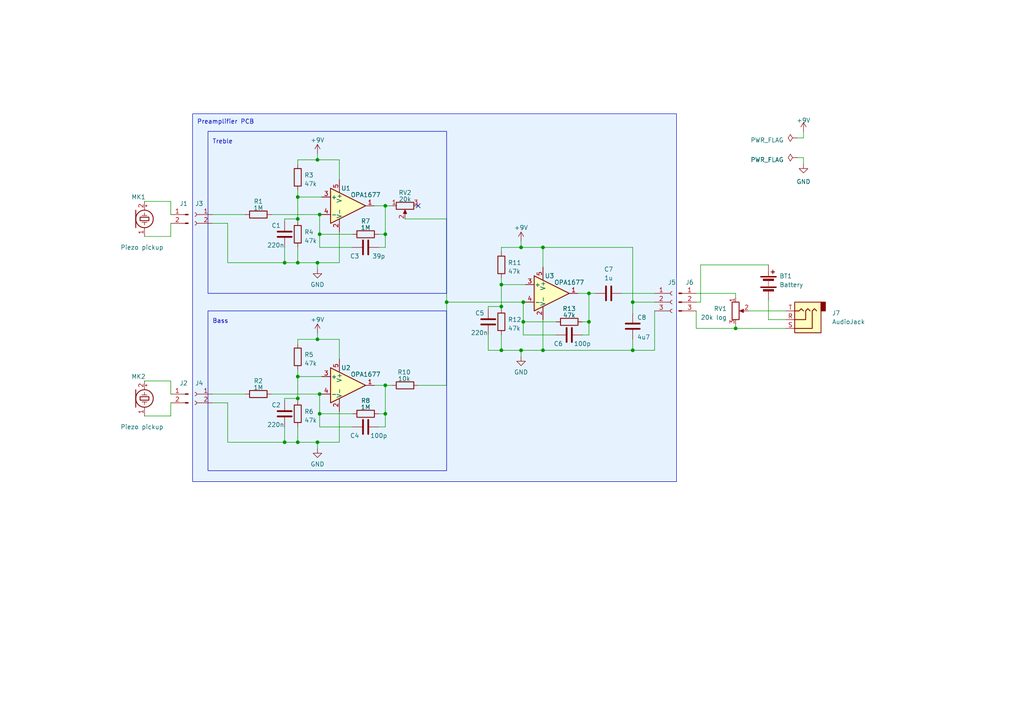
<source format=kicad_sch>
(kicad_sch (version 20230121) (generator eeschema)
  (paper "A4")
  (title_block (title "Piezo-pickup impedance converter, split pickup") (date "2024-01-30") (rev "2") (company "Thiadmer Riemersma"))
  (lib_symbols
    (symbol "Amplifier_Operational:OPA1677DBV" (pin_names (offset 0.127))
      (property "Reference" "U" (at 0 5.08 0))
      (property "Value" "OPA1677" (at 0 -5.08 0))
      (symbol "OPA1677DBV_0_1"
        (polyline (pts (xy -5.08 5.08) (xy 5.08 0) (xy -5.08 -5.08) (xy -5.08 5.08)) (stroke (width 0.254)) (fill (type background)))
        (pin power_in line (at -2.54 -7.62 90) (length 3.81) (name "V-") (number "2"))
        (pin power_in line (at -2.54 7.62 270) (length 3.81) (name "V+") (number "5"))
      )
      (symbol "OPA1677DBV_1_1"
        (pin output line (at 7.62 0 180) (length 2.54) (name "~") (number "1"))
        (pin input line (at -7.62 2.54 0) (length 2.54) (name "+") (number "3"))
        (pin input line (at -7.62 -2.54 0) (length 2.54) (name "-") (number "4"))
      )
    )
    (symbol "Connector:Conn_01x02_Pin" (pin_names (offset 1.016) hide)
      (property "Reference" "J" (at 0 2.54 0))
      (property "Value" "Conn_01x02_Pin" (at 0 -5.08 0))
      (symbol "Conn_01x02_Pin_1_1"
        (polyline (pts (xy 1.27 -2.54) (xy 0.8636 -2.54)) (stroke (width 0.1524)))
        (polyline (pts (xy 1.27 0) (xy 0.8636 0)) (stroke (width 0.1524)))
        (rectangle (start 0.8636 -2.413) (end 0 -2.667) (stroke (width 0.1524)) (fill (type outline)))
        (rectangle (start 0.8636 0.127) (end 0 -0.127) (stroke (width 0.1524)) (fill (type outline)))
        (pin passive line (at 5.08 0 180) (length 3.81) (name "Pin_1") (number "1"))
        (pin passive line (at 5.08 -2.54 180) (length 3.81) (name "Pin_2") (number "2"))
      )
    )
    (symbol "Connector:Conn_01x02_Socket" (pin_names (offset 1.016) hide)
      (property "Reference" "J" (at 0 2.54 0))
      (property "Value" "Conn_01x02_Socket" (at 0 -5.08 0))
      (symbol "Conn_01x02_Socket_1_1"
        (arc (start 0 -2.032) (mid -0.5058 -2.54) (end 0 -3.048) (stroke (width 0.1524)))
        (polyline (pts (xy -1.27 -2.54) (xy -0.508 -2.54)) (stroke (width 0.1524)))
        (polyline (pts (xy -1.27 0) (xy -0.508 0)) (stroke (width 0.1524)))
        (arc (start 0 0.508) (mid -0.5058 0) (end 0 -0.508) (stroke (width 0.1524)))
        (pin passive line (at -5.08 0 0) (length 3.81) (name "Pin_1") (number "1"))
        (pin passive line (at -5.08 -2.54 0) (length 3.81) (name "Pin_2") (number "2"))
      )
    )
    (symbol "Connector:Conn_01x03_Pin" (pin_names (offset 1.016) hide)
      (property "Reference" "J" (at 0 5.08 0))
      (property "Value" "Conn_01x03_Pin" (at 0 -5.08 0))
      (symbol "Conn_01x03_Pin_1_1"
        (polyline (pts (xy 1.27 -2.54) (xy 0.8636 -2.54)) (stroke (width 0.1524)))
        (polyline (pts (xy 1.27 0) (xy 0.8636 0)) (stroke (width 0.1524)))
        (polyline (pts (xy 1.27 2.54) (xy 0.8636 2.54)) (stroke (width 0.1524)))
        (rectangle (start 0.8636 -2.413) (end 0 -2.667) (stroke (width 0.1524)) (fill (type outline)))
        (rectangle (start 0.8636 0.127) (end 0 -0.127) (stroke (width 0.1524)) (fill (type outline)))
        (rectangle (start 0.8636 2.667) (end 0 2.413) (stroke (width 0.1524)) (fill (type outline)))
        (pin passive line (at 5.08 2.54 180) (length 3.81) (name "Pin_1") (number "1"))
        (pin passive line (at 5.08 0 180) (length 3.81) (name "Pin_2") (number "2"))
        (pin passive line (at 5.08 -2.54 180) (length 3.81) (name "Pin_3") (number "3"))
      )
    )
    (symbol "Connector:Conn_01x03_Socket" (pin_names (offset 1.016) hide)
      (property "Reference" "J" (at 0 5.08 0))
      (property "Value" "Conn_01x03_Socket" (at 0 -5.08 0))
      (symbol "Conn_01x03_Socket_1_1"
        (arc (start 0 -2.032) (mid -0.5058 -2.54) (end 0 -3.048) (stroke (width 0.1524)))
        (polyline (pts (xy -1.27 -2.54) (xy -0.508 -2.54)) (stroke (width 0.1524)))
        (polyline (pts (xy -1.27 0) (xy -0.508 0)) (stroke (width 0.1524)))
        (polyline (pts (xy -1.27 2.54) (xy -0.508 2.54)) (stroke (width 0.1524)))
        (arc (start 0 0.508) (mid -0.5058 0) (end 0 -0.508) (stroke (width 0.1524)))
        (arc (start 0 3.048) (mid -0.5058 2.54) (end 0 2.032) (stroke (width 0.1524)))
        (pin passive line (at -5.08 2.54 0) (length 3.81) (name "Pin_1") (number "1"))
        (pin passive line (at -5.08 0 0) (length 3.81) (name "Pin_2") (number "2"))
        (pin passive line (at -5.08 -2.54 0) (length 3.81) (name "Pin_3") (number "3"))
      )
    )
    (symbol "Connector_Audio:AudioJack3"
      (property "Reference" "J" (at 0 8.89 0))
      (property "Value" "AudioJack3" (at 0 6.35 0))
      (symbol "AudioJack3_0_1"
        (rectangle (start -5.08 -5.08) (end -6.35 -2.54) (stroke (width 0.254)) (fill (type outline)))
        (polyline (pts (xy 0 -2.54) (xy 0.635 -3.175) (xy 1.27 -2.54) (xy 2.54 -2.54)) (stroke (width 0.254)))
        (polyline (pts (xy -1.905 -2.54) (xy -1.27 -3.175) (xy -0.635 -2.54) (xy -0.635 0) (xy 2.54 0)) (stroke (width 0.254)))
        (polyline (pts (xy 2.54 2.54) (xy -2.54 2.54) (xy -2.54 -2.54) (xy -3.175 -3.175) (xy -3.81 -2.54)) (stroke (width 0.254)))
        (rectangle (start 2.54 3.81) (end -5.08 -5.08) (stroke (width 0.254)) (fill (type background)))
      )
      (symbol "AudioJack3_1_1"
        (pin passive line (at 5.08 0 180) (length 2.54) (name "~") (number "R"))
        (pin passive line (at 5.08 2.54 180) (length 2.54) (name "~") (number "S"))
        (pin passive line (at 5.08 -2.54 180) (length 2.54) (name "~") (number "T"))
      )
    )
    (symbol "Device:Battery" (pin_numbers hide) (pin_names (offset 0) hide)
      (property "Reference" "BT" (at 2.54 2.54 0))
      (property "Value" "Battery" (at 2.54 0 0))
      (symbol "Battery_0_1"
        (rectangle (start -2.286 -1.27) (end 2.286 -1.524) (fill (type outline)))
        (rectangle (start -2.286 1.778) (end 2.286 1.524) (fill (type outline)))
        (rectangle (start -1.524 -2.032) (end 1.524 -2.54) (fill (type outline)))
        (rectangle (start -1.524 1.016) (end 1.524 0.508) (fill (type outline)))
        (polyline (pts (xy 0 -1.016) (xy 0 -0.762)))
        (polyline (pts (xy 0 -0.508) (xy 0 -0.254)))
        (polyline (pts (xy 0 0) (xy 0 0.254)))
        (polyline (pts (xy 0 1.778) (xy 0 2.54)))
        (polyline (pts (xy 0.762 3.048) (xy 1.778 3.048)) (stroke (width 0.254)))
        (polyline (pts (xy 1.27 3.556) (xy 1.27 2.54)) (stroke (width 0.254)))
      )
      (symbol "Battery_1_1"
        (pin passive line (at 0 5.08 270) (length 2.54) (name "+") (number "1"))
        (pin passive line (at 0 -5.08 90) (length 2.54) (name "-") (number "2"))
      )
    )
    (symbol "Device:C" (pin_numbers hide) (pin_names (offset 0.254))
      (property "Reference" "C" (at 0.635 2.54 0))
      (property "Value" "C" (at 0.635 -2.54 0))
      (symbol "C_0_1"
        (polyline (pts (xy -2.032 -0.762) (xy 2.032 -0.762)) (stroke (width 0.508)))
        (polyline (pts (xy -2.032 0.762) (xy 2.032 0.762)) (stroke (width 0.508)))
      )
      (symbol "C_1_1"
        (pin passive line (at 0 3.81 270) (length 2.794) (name "~") (number "1"))
        (pin passive line (at 0 -3.81 90) (length 2.794) (name "~") (number "2"))
      )
    )
    (symbol "Device:Microphone_Crystal" (pin_names (offset 0.0254) hide)
      (property "Reference" "MK" (at -3.81 1.143 0))
      (property "Value" "Microphone_Crystal" (at -3.81 -0.762 0))
      (symbol "Microphone_Crystal_0_1"
        (rectangle (start -1.27 0.508) (end 1.27 -0.508) (stroke (width 0.254)))
        (polyline (pts (xy -2.54 2.54) (xy -2.54 -2.54)) (stroke (width 0.254)))
        (polyline (pts (xy -0.762 -1.016) (xy 0.762 -1.016)))
        (polyline (pts (xy -0.762 1.016) (xy 0.762 1.016)))
        (polyline (pts (xy 0 -1.016) (xy 0 -1.778)))
        (polyline (pts (xy 0 1.016) (xy 0 1.778)))
        (polyline (pts (xy 0.254 3.81) (xy 0.762 3.81)))
        (polyline (pts (xy 0.508 4.064) (xy 0.508 3.556)))
        (circle (center 0 0) (radius 2.54) (stroke (width 0.254)))
      )
      (symbol "Microphone_Crystal_1_1"
        (pin passive line (at 0 -5.08 90) (length 2.54) (name "-") (number "1"))
        (pin passive line (at 0 5.08 270) (length 2.54) (name "+") (number "2"))
      )
    )
    (symbol "Device:R" (pin_numbers hide) (pin_names (offset 0))
      (property "Reference" "R" (at 2.032 0 90))
      (property "Value" "R" (at 0 0 90))
      (symbol "R_0_1"
        (rectangle (start -1.016 -2.54) (end 1.016 2.54) (stroke (width 0.254)))
      )
      (symbol "R_1_1"
        (pin passive line (at 0 3.81 270) (length 1.27) (name "~") (number "1"))
        (pin passive line (at 0 -3.81 90) (length 1.27) (name "~") (number "2"))
      )
    )
    (symbol "Device:R_Potentiometer" (pin_names (offset 1.016) hide)
      (property "Reference" "RV" (at -4.445 0 90))
      (property "Value" "R_Potentiometer" (at -2.54 0 90))
      (symbol "R_Potentiometer_0_1"
        (polyline (pts (xy 2.54 0) (xy 1.524 0)))
        (polyline (pts (xy 1.143 0) (xy 2.286 0.508) (xy 2.286 -0.508) (xy 1.143 0)) (fill (type outline)))
        (rectangle (start 1.016 2.54) (end -1.016 -2.54) (stroke (width 0.254)))
      )
      (symbol "R_Potentiometer_1_1"
        (pin passive line (at 0 3.81 270) (length 1.27) (name "1") (number "1"))
        (pin passive line (at 3.81 0 180) (length 1.27) (name "2") (number "2"))
        (pin passive line (at 0 -3.81 90) (length 1.27) (name "3") (number "3"))
      )
    )
    (symbol "power:+9V" (power) (pin_names (offset 0))
      (property "Value" "+9V" (at 0 3.556 0))
      (symbol "+9V_0_1"
        (polyline (pts (xy -0.762 1.27) (xy 0 2.54)))
        (polyline (pts (xy 0 0) (xy 0 2.54)))
        (polyline (pts (xy 0 2.54) (xy 0.762 1.27)))
      )
      (symbol "+9V_1_1"
        (pin power_in line (at 0 0 90) (length 0) hide (name "+9V") (number "1"))
      )
    )
    (symbol "power:GND" (power) (pin_names (offset 0))
      (property "Value" "GND" (at 0 -3.81 0))
      (symbol "GND_0_1"
        (polyline (pts (xy 0 0) (xy 0 -1.27) (xy 1.27 -1.27) (xy 0 -2.54) (xy -1.27 -1.27) (xy 0 -1.27)))
      )
      (symbol "GND_1_1"
        (pin power_in line (at 0 0 270) (length 0) hide (name "GND") (number "1"))
      )
    )
    (symbol "power:PWR_FLAG" (power) (pin_numbers hide) (pin_names (offset 0) hide)
      (property "Value" "PWR_FLAG" (at 0 3.81 0))
      (symbol "PWR_FLAG_0_0"
        (pin power_out line (at 0 0 90) (length 0) (name "pwr") (number "1"))
      )
      (symbol "PWR_FLAG_0_1"
        (polyline (pts (xy 0 0) (xy 0 1.27) (xy -1.016 1.905) (xy 0 2.54) (xy 1.016 1.905) (xy 0 1.27)))
      )
    )
  )
  (junction (at 92.71 120.015))
  (junction (at 129.54 87.63))
  (junction (at 86.36 128.27))
  (junction (at 92.075 98.425))
  (junction (at 157.48 101.6))
  (junction (at 157.48 71.755))
  (junction (at 92.075 128.27))
  (junction (at 92.71 67.945))
  (junction (at 111.76 111.76))
  (junction (at 170.815 93.345))
  (junction (at 183.515 101.6))
  (junction (at 92.075 46.355))
  (junction (at 82.55 76.2))
  (junction (at 151.13 71.755))
  (junction (at 86.36 63.5))
  (junction (at 86.36 109.22))
  (junction (at 213.36 95.25))
  (junction (at 183.515 87.63))
  (junction (at 151.765 87.63))
  (junction (at 151.765 93.345))
  (junction (at 86.36 115.57))
  (junction (at 111.76 67.945))
  (junction (at 86.36 57.15))
  (junction (at 92.075 76.2))
  (junction (at 111.76 120.015))
  (junction (at 86.36 76.2))
  (junction (at 145.415 82.55))
  (junction (at 111.76 59.69))
  (junction (at 151.13 101.6))
  (junction (at 92.71 114.3))
  (junction (at 92.71 62.23))
  (junction (at 145.415 88.9))
  (junction (at 82.55 128.27))
  (junction (at 145.415 101.6))
  (junction (at 170.815 85.09))
  (no_connect (at 121.285 59.69))
  (wire (pts (xy 93.345 109.22) (xy 86.36 109.22)))
  (wire (pts (xy 111.76 123.825) (xy 111.76 120.015)))
  (wire (pts (xy 183.515 98.425) (xy 183.515 101.6)))
  (wire (pts (xy 203.2 76.835) (xy 203.2 87.63)))
  (wire (pts (xy 152.4 82.55) (xy 145.415 82.55)))
  (wire (pts (xy 213.36 85.09) (xy 213.36 86.36)))
  (wire (pts (xy 98.425 76.2) (xy 92.075 76.2)))
  (wire (pts (xy 151.765 87.63) (xy 152.4 87.63)))
  (wire (pts (xy 189.865 87.63) (xy 183.515 87.63)))
  (wire (pts (xy 98.425 128.27) (xy 92.075 128.27)))
  (wire (pts (xy 233.045 40.005) (xy 231.14 40.005)))
  (wire (pts (xy 183.515 71.755) (xy 157.48 71.755)))
  (wire (pts (xy 92.075 76.2) (xy 92.075 78.105)))
  (wire (pts (xy 86.36 47.625) (xy 86.36 46.355)))
  (wire (pts (xy 86.36 109.22) (xy 86.36 107.315)))
  (wire (pts (xy 86.36 99.695) (xy 86.36 98.425)))
  (wire (pts (xy 82.55 63.5) (xy 86.36 63.5)))
  (wire (pts (xy 92.075 96.52) (xy 92.075 98.425)))
  (wire (pts (xy 82.55 71.755) (xy 82.55 76.2)))
  (wire (pts (xy 217.17 90.17) (xy 227.965 90.17)))
  (wire (pts (xy 167.64 85.09) (xy 170.815 85.09)))
  (wire (pts (xy 102.235 71.755) (xy 92.71 71.755)))
  (wire (pts (xy 92.71 62.23) (xy 93.345 62.23)))
  (wire (pts (xy 189.865 90.17) (xy 189.865 101.6)))
  (wire (pts (xy 66.04 128.27) (xy 82.55 128.27)))
  (wire (pts (xy 49.53 120.65) (xy 49.53 116.84)))
  (wire (pts (xy 102.235 67.945) (xy 92.71 67.945)))
  (wire (pts (xy 86.36 57.15) (xy 86.36 55.245)))
  (wire (pts (xy 157.48 101.6) (xy 183.515 101.6)))
  (wire (pts (xy 108.585 59.69) (xy 111.76 59.69)))
  (wire (pts (xy 233.045 47.625) (xy 233.045 45.72)))
  (wire (pts (xy 157.48 71.755) (xy 157.48 77.47)))
  (wire (pts (xy 82.55 64.135) (xy 82.55 63.5)))
  (wire (pts (xy 82.55 116.205) (xy 82.55 115.57)))
  (wire (pts (xy 92.075 44.45) (xy 92.075 46.355)))
  (wire (pts (xy 222.885 92.71) (xy 222.885 86.995)))
  (wire (pts (xy 157.48 92.71) (xy 157.48 101.6)))
  (wire (pts (xy 78.74 62.23) (xy 92.71 62.23)))
  (wire (pts (xy 222.885 92.71) (xy 227.965 92.71)))
  (wire (pts (xy 86.36 115.57) (xy 86.36 116.205)))
  (wire (pts (xy 102.235 123.825) (xy 92.71 123.825)))
  (wire (pts (xy 92.075 46.355) (xy 98.425 46.355)))
  (wire (pts (xy 108.585 111.76) (xy 111.76 111.76)))
  (wire (pts (xy 141.605 97.155) (xy 141.605 101.6)))
  (wire (pts (xy 82.55 123.825) (xy 82.55 128.27)))
  (wire (pts (xy 109.855 71.755) (xy 111.76 71.755)))
  (wire (pts (xy 92.71 114.3) (xy 93.345 114.3)))
  (wire (pts (xy 86.36 123.825) (xy 86.36 128.27)))
  (wire (pts (xy 233.045 45.72) (xy 231.14 45.72)))
  (wire (pts (xy 92.71 123.825) (xy 92.71 120.015)))
  (wire (pts (xy 111.76 71.755) (xy 111.76 67.945)))
  (wire (pts (xy 203.2 87.63) (xy 201.93 87.63)))
  (wire (pts (xy 151.13 69.85) (xy 151.13 71.755)))
  (wire (pts (xy 201.93 90.17) (xy 201.93 95.25)))
  (wire (pts (xy 117.475 63.5) (xy 129.54 63.5)))
  (wire (pts (xy 170.815 85.09) (xy 172.72 85.09)))
  (wire (pts (xy 170.815 97.155) (xy 170.815 93.345)))
  (wire (pts (xy 111.76 120.015) (xy 109.855 120.015)))
  (wire (pts (xy 41.91 58.42) (xy 49.53 58.42)))
  (wire (pts (xy 92.075 128.27) (xy 86.36 128.27)))
  (wire (pts (xy 129.54 111.76) (xy 129.54 87.63)))
  (wire (pts (xy 170.815 93.345) (xy 168.91 93.345)))
  (wire (pts (xy 66.04 76.2) (xy 82.55 76.2)))
  (wire (pts (xy 145.415 82.55) (xy 145.415 88.9)))
  (wire (pts (xy 180.34 85.09) (xy 189.865 85.09)))
  (wire (pts (xy 183.515 87.63) (xy 183.515 90.805)))
  (wire (pts (xy 93.345 57.15) (xy 86.36 57.15)))
  (wire (pts (xy 98.425 67.31) (xy 98.425 76.2)))
  (wire (pts (xy 41.91 120.65) (xy 49.53 120.65)))
  (wire (pts (xy 161.29 97.155) (xy 151.765 97.155)))
  (wire (pts (xy 151.765 97.155) (xy 151.765 93.345)))
  (wire (pts (xy 98.425 98.425) (xy 98.425 104.14)))
  (wire (pts (xy 86.36 109.22) (xy 86.36 115.57)))
  (wire (pts (xy 145.415 71.755) (xy 151.13 71.755)))
  (wire (pts (xy 151.13 101.6) (xy 151.13 103.505)))
  (wire (pts (xy 109.855 123.825) (xy 111.76 123.825)))
  (wire (pts (xy 98.425 46.355) (xy 98.425 52.07)))
  (wire (pts (xy 233.045 38.1) (xy 233.045 40.005)))
  (wire (pts (xy 141.605 89.535) (xy 141.605 88.9)))
  (wire (pts (xy 92.71 67.945) (xy 92.71 62.23)))
  (wire (pts (xy 213.36 95.25) (xy 213.36 93.98)))
  (wire (pts (xy 157.48 101.6) (xy 151.13 101.6)))
  (wire (pts (xy 168.91 97.155) (xy 170.815 97.155)))
  (wire (pts (xy 66.04 116.84) (xy 61.595 116.84)))
  (wire (pts (xy 86.36 46.355) (xy 92.075 46.355)))
  (wire (pts (xy 102.235 120.015) (xy 92.71 120.015)))
  (wire (pts (xy 49.53 58.42) (xy 49.53 62.23)))
  (wire (pts (xy 86.36 128.27) (xy 82.55 128.27)))
  (wire (pts (xy 78.74 114.3) (xy 92.71 114.3)))
  (wire (pts (xy 86.36 57.15) (xy 86.36 63.5)))
  (wire (pts (xy 151.765 93.345) (xy 151.765 87.63)))
  (wire (pts (xy 141.605 88.9) (xy 145.415 88.9)))
  (wire (pts (xy 183.515 101.6) (xy 189.865 101.6)))
  (wire (pts (xy 145.415 101.6) (xy 141.605 101.6)))
  (wire (pts (xy 66.04 116.84) (xy 66.04 128.27)))
  (wire (pts (xy 111.76 111.76) (xy 111.76 120.015)))
  (wire (pts (xy 86.36 98.425) (xy 92.075 98.425)))
  (wire (pts (xy 145.415 88.9) (xy 145.415 89.535)))
  (wire (pts (xy 145.415 73.025) (xy 145.415 71.755)))
  (wire (pts (xy 49.53 110.49) (xy 49.53 114.3)))
  (wire (pts (xy 92.71 71.755) (xy 92.71 67.945)))
  (wire (pts (xy 92.71 120.015) (xy 92.71 114.3)))
  (wire (pts (xy 92.075 98.425) (xy 98.425 98.425)))
  (wire (pts (xy 145.415 97.155) (xy 145.415 101.6)))
  (wire (pts (xy 61.595 62.23) (xy 71.12 62.23)))
  (wire (pts (xy 151.13 71.755) (xy 157.48 71.755)))
  (wire (pts (xy 111.76 111.76) (xy 113.665 111.76)))
  (wire (pts (xy 170.815 85.09) (xy 170.815 93.345)))
  (wire (pts (xy 111.76 59.69) (xy 111.76 67.945)))
  (wire (pts (xy 98.425 119.38) (xy 98.425 128.27)))
  (wire (pts (xy 82.55 115.57) (xy 86.36 115.57)))
  (wire (pts (xy 129.54 63.5) (xy 129.54 87.63)))
  (wire (pts (xy 92.075 76.2) (xy 86.36 76.2)))
  (wire (pts (xy 145.415 82.55) (xy 145.415 80.645)))
  (wire (pts (xy 121.285 111.76) (xy 129.54 111.76)))
  (wire (pts (xy 201.93 95.25) (xy 213.36 95.25)))
  (wire (pts (xy 41.91 68.58) (xy 49.53 68.58)))
  (wire (pts (xy 111.76 59.69) (xy 113.665 59.69)))
  (wire (pts (xy 111.76 67.945) (xy 109.855 67.945)))
  (wire (pts (xy 86.36 76.2) (xy 82.55 76.2)))
  (wire (pts (xy 227.965 95.25) (xy 213.36 95.25)))
  (wire (pts (xy 201.93 85.09) (xy 213.36 85.09)))
  (wire (pts (xy 86.36 63.5) (xy 86.36 64.135)))
  (wire (pts (xy 92.075 128.27) (xy 92.075 130.175)))
  (wire (pts (xy 66.04 64.77) (xy 61.595 64.77)))
  (wire (pts (xy 129.54 87.63) (xy 151.765 87.63)))
  (wire (pts (xy 183.515 87.63) (xy 183.515 71.755)))
  (wire (pts (xy 61.595 114.3) (xy 71.12 114.3)))
  (wire (pts (xy 49.53 68.58) (xy 49.53 64.77)))
  (wire (pts (xy 86.36 71.755) (xy 86.36 76.2)))
  (wire (pts (xy 66.04 64.77) (xy 66.04 76.2)))
  (wire (pts (xy 161.29 93.345) (xy 151.765 93.345)))
  (wire (pts (xy 222.885 76.835) (xy 203.2 76.835)))
  (wire (pts (xy 151.13 101.6) (xy 145.415 101.6)))
  (wire (pts (xy 41.91 110.49) (xy 49.53 110.49)))
  (rectangle (start 55.88 33.02) (end 196.215 139.7) (fill (type color) (color 230 243 255 1)))
  (rectangle (start 60.325 90.17) (end 129.54 136.525))
  (rectangle (start 60.325 38.1) (end 129.54 85.09))
  (text "Bass" (at 61.595 93.98 0) (effects (font (size 1.27 1.27)) (justify left bottom)))
  (text "Treble" (at 61.595 41.91 0) (effects (font (size 1.27 1.27)) (justify left bottom)))
  (text "Preamplifier PCB" (at 57.15 36.195 0) (effects (font (size 1.27 1.27)) (justify left bottom)))
  (symbol (lib_id "Device:C") (at 82.55 67.945 0) (unit 1)
    (property "Reference" "C1" (at 78.74 65.405 0) (effects (justify left)))
    (property "Value" "220n" (at 77.47 71.12 0) (effects (justify left)))
    (property "Footprint" "VisualPlace:0603" (effects hide))
  )
  (symbol (lib_id "Amplifier_Operational:OPA1677DBV") (at 100.965 59.69 0) (unit 1)
    (property "Reference" "U1" (at 100.33 54.61 0))
    (property "Value" "OPA1677" (at 106.045 56.515 0))
    (property "Footprint" "VisualPlace:SOT23-5" (effects hide))
    (property "Datasheet" "https://www.analog.com/media/en/technical-documentation/data-sheets/AD8603_8607_8609.pdf" (effects hide))
  )
  (symbol (lib_id "power:PWR_FLAG") (at 231.14 40.005 90) (unit 1)
    (property "Reference" "#FLG01" (effects hide))
    (property "Value" "PWR_FLAG" (at 227.33 40.64 90) (effects (justify left)))
  )
  (symbol (lib_id "Device:R") (at 86.36 120.015 0) (unit 1)
    (property "Reference" "R6" (at 88.265 119.38 0) (effects (justify left)))
    (property "Value" "47k" (at 88.265 121.92 0) (effects (justify left)))
    (property "Footprint" "VisualPlace:0603" (effects hide))
  )
  (symbol (lib_id "Device:R") (at 145.415 93.345 0) (unit 1)
    (property "Reference" "R12" (at 147.32 92.71 0) (effects (justify left)))
    (property "Value" "47k" (at 147.32 95.25 0) (effects (justify left)))
    (property "Footprint" "VisualPlace:0603" (effects hide))
  )
  (symbol (lib_id "Device:R") (at 86.36 51.435 0) (unit 1)
    (property "Reference" "R3" (at 88.265 50.8 0) (effects (justify left)))
    (property "Value" "47k" (at 88.265 53.34 0) (effects (justify left)))
    (property "Footprint" "VisualPlace:0603" (effects hide))
  )
  (symbol (lib_id "Device:R") (at 86.36 67.945 0) (unit 1)
    (property "Reference" "R4" (at 88.265 67.31 0) (effects (justify left)))
    (property "Value" "47k" (at 88.265 69.85 0) (effects (justify left)))
    (property "Footprint" "VisualPlace:0603" (effects hide))
  )
  (symbol (lib_id "power:GND") (at 92.075 130.175 0) (unit 1)
    (property "Reference" "#PWR04" (effects hide))
    (property "Value" "GND" (at 92.075 134.62 0))
  )
  (symbol (lib_id "Connector:Conn_01x02_Pin") (at 54.61 114.3 0) (mirror y) (unit 1)
    (property "Reference" "J2" (at 52.07 111.125 0) (effects (justify right)))
    (property "Value" "piezo" (effects hide))
  )
  (symbol (lib_id "Device:Microphone_Crystal") (at 41.91 63.5 0) (unit 1)
    (property "Reference" "MK1" (at 38.1 57.15 0) (effects (justify left)))
    (property "Value" "Piezo pickup" (at 34.925 71.755 0) (effects (justify left)))
  )
  (symbol (lib_id "Connector:Conn_01x03_Pin") (at 196.85 87.63 0) (unit 1)
    (property "Reference" "J6" (at 200.025 81.915 0))
    (property "Value" "Conn_01x03_Pin" (effects hide))
  )
  (symbol (lib_id "Connector:Conn_01x02_Socket") (at 56.515 114.3 0) (mirror y) (unit 1)
    (property "Reference" "J4" (at 57.785 111.125 0))
    (property "Value" "piezo" (effects hide))
    (property "Footprint" "Connector_PinHeader_2.00mm:PinHeader_1x02_P2.00mm_Vertical" (effects hide))
  )
  (symbol (lib_id "power:+9V") (at 233.045 38.1 0) (unit 1)
    (property "Reference" "#PWR07" (effects hide))
    (property "Value" "+9V" (at 233.045 34.925 0))
  )
  (symbol (lib_id "Device:Battery") (at 222.885 81.915 0) (unit 1)
    (property "Reference" "BT1" (at 226.06 80.0735 0) (effects (justify left)))
    (property "Value" "Battery" (at 226.06 82.6135 0) (effects (justify left)))
  )
  (symbol (lib_id "Device:R") (at 74.93 62.23 90) (unit 1)
    (property "Reference" "R1" (at 74.93 58.42 90))
    (property "Value" "1M" (at 74.93 60.325 90))
    (property "Footprint" "VisualPlace:0603" (effects hide))
  )
  (symbol (lib_id "Device:Microphone_Crystal") (at 41.91 115.57 0) (unit 1)
    (property "Reference" "MK2" (at 38.1 109.22 0) (effects (justify left)))
    (property "Value" "Piezo pickup" (at 34.925 123.825 0) (effects (justify left)))
  )
  (symbol (lib_id "Connector:Conn_01x03_Socket") (at 194.945 87.63 0) (unit 1)
    (property "Reference" "J5" (at 193.675 81.915 0) (effects (justify left)))
    (property "Value" "output" (effects hide))
    (property "Footprint" "Connector_PinHeader_2.00mm:PinHeader_1x03_P2.00mm_Vertical" (effects hide))
  )
  (symbol (lib_id "Amplifier_Operational:OPA1677DBV") (at 160.02 85.09 0) (unit 1)
    (property "Reference" "U3" (at 159.385 80.01 0))
    (property "Value" "OPA1677" (at 165.1 81.915 0))
    (property "Footprint" "VisualPlace:SOT23-5" (effects hide))
    (property "Datasheet" "https://www.analog.com/media/en/technical-documentation/data-sheets/AD8603_8607_8609.pdf" (effects hide))
  )
  (symbol (lib_id "Device:R") (at 145.415 76.835 0) (unit 1)
    (property "Reference" "R11" (at 147.32 76.2 0) (effects (justify left)))
    (property "Value" "47k" (at 147.32 78.74 0) (effects (justify left)))
    (property "Footprint" "VisualPlace:0603" (effects hide))
  )
  (symbol (lib_id "Device:R") (at 74.93 114.3 90) (unit 1)
    (property "Reference" "R2" (at 74.93 110.49 90))
    (property "Value" "1M" (at 74.93 112.395 90))
    (property "Footprint" "VisualPlace:0603" (effects hide))
  )
  (symbol (lib_id "Device:R") (at 165.1 93.345 90) (unit 1)
    (property "Reference" "R13" (at 165.1 89.535 90))
    (property "Value" "47k" (at 165.1 91.44 90))
    (property "Footprint" "VisualPlace:0603" (effects hide))
  )
  (symbol (lib_id "Device:C") (at 141.605 93.345 0) (unit 1)
    (property "Reference" "C5" (at 137.795 90.805 0) (effects (justify left)))
    (property "Value" "220n" (at 136.525 96.52 0) (effects (justify left)))
    (property "Footprint" "VisualPlace:0603" (effects hide))
  )
  (symbol (lib_id "power:GND") (at 92.075 78.105 0) (unit 1)
    (property "Reference" "#PWR02" (effects hide))
    (property "Value" "GND" (at 92.075 82.55 0))
  )
  (symbol (lib_id "Device:C") (at 176.53 85.09 90) (unit 1)
    (property "Reference" "C7" (at 176.53 78.105 90))
    (property "Value" "1u" (at 176.53 80.645 90))
    (property "Footprint" "VisualPlace:0603" (effects hide))
  )
  (symbol (lib_id "Device:C") (at 165.1 97.155 90) (unit 1)
    (property "Reference" "C6" (at 161.925 99.695 90))
    (property "Value" "100p" (at 168.91 99.695 90))
    (property "Footprint" "VisualPlace:0603" (effects hide))
  )
  (symbol (lib_id "power:GND") (at 151.13 103.505 0) (unit 1)
    (property "Reference" "#PWR06" (effects hide))
    (property "Value" "GND" (at 151.13 107.95 0))
  )
  (symbol (lib_id "Connector_Audio:AudioJack3") (at 233.045 92.71 180) (unit 1)
    (property "Reference" "J7" (at 241.3 90.805 0) (effects (justify right)))
    (property "Value" "AudioJack" (at 241.3 93.345 0) (effects (justify right)))
  )
  (symbol (lib_id "power:GND") (at 233.045 47.625 0) (unit 1)
    (property "Reference" "#PWR08" (effects hide))
    (property "Value" "GND" (at 233.045 52.705 0))
  )
  (symbol (lib_id "Connector:Conn_01x02_Pin") (at 54.61 62.23 0) (mirror y) (unit 1)
    (property "Reference" "J1" (at 52.07 59.055 0) (effects (justify right)))
    (property "Value" "piezo" (effects hide))
  )
  (symbol (lib_id "Device:C") (at 82.55 120.015 0) (unit 1)
    (property "Reference" "C2" (at 78.74 117.475 0) (effects (justify left)))
    (property "Value" "220n" (at 77.47 123.19 0) (effects (justify left)))
    (property "Footprint" "VisualPlace:0603" (effects hide))
  )
  (symbol (lib_id "Amplifier_Operational:OPA1677DBV") (at 100.965 111.76 0) (unit 1)
    (property "Reference" "U2" (at 100.33 106.68 0))
    (property "Value" "OPA1677" (at 106.045 108.585 0))
    (property "Footprint" "VisualPlace:SOT23-5" (effects hide))
    (property "Datasheet" "https://www.analog.com/media/en/technical-documentation/data-sheets/AD8603_8607_8609.pdf" (effects hide))
  )
  (symbol (lib_id "power:+9V") (at 151.13 69.85 0) (unit 1)
    (property "Reference" "#PWR05" (effects hide))
    (property "Value" "+9V" (at 151.13 66.04 0))
  )
  (symbol (lib_id "power:+9V") (at 92.075 96.52 0) (unit 1)
    (property "Reference" "#PWR03" (effects hide))
    (property "Value" "+9V" (at 92.075 92.71 0))
  )
  (symbol (lib_id "Device:R") (at 106.045 120.015 90) (unit 1)
    (property "Reference" "R8" (at 106.045 116.205 90))
    (property "Value" "1M" (at 106.045 118.11 90))
    (property "Footprint" "VisualPlace:0603" (effects hide))
  )
  (symbol (lib_id "Device:R_Potentiometer") (at 117.475 59.69 90) (mirror x) (unit 1)
    (property "Reference" "RV2" (at 117.475 55.88 90))
    (property "Value" "20k" (at 117.475 57.785 90))
    (property "Footprint" "TrimPots:TC42" (effects hide))
  )
  (symbol (lib_id "power:+9V") (at 92.075 44.45 0) (unit 1)
    (property "Reference" "#PWR01" (effects hide))
    (property "Value" "+9V" (at 92.075 40.64 0))
  )
  (symbol (lib_id "Device:R_Potentiometer") (at 213.36 90.17 0) (unit 1)
    (property "Reference" "RV1" (at 210.82 89.535 0) (effects (justify right)))
    (property "Value" "20k log" (at 210.82 92.075 0) (effects (justify right)))
  )
  (symbol (lib_id "Device:C") (at 106.045 71.755 90) (unit 1)
    (property "Reference" "C3" (at 102.87 74.295 90))
    (property "Value" "39p" (at 109.855 74.295 90))
    (property "Footprint" "VisualPlace:0603" (effects hide))
  )
  (symbol (lib_id "Connector:Conn_01x02_Socket") (at 56.515 62.23 0) (mirror y) (unit 1)
    (property "Reference" "J3" (at 57.785 59.055 0))
    (property "Value" "piezo" (effects hide))
    (property "Footprint" "Connector_PinHeader_2.00mm:PinHeader_1x02_P2.00mm_Vertical" (effects hide))
  )
  (symbol (lib_id "Device:R") (at 86.36 103.505 0) (unit 1)
    (property "Reference" "R5" (at 88.265 102.87 0) (effects (justify left)))
    (property "Value" "47k" (at 88.265 105.41 0) (effects (justify left)))
    (property "Footprint" "VisualPlace:0603" (effects hide))
  )
  (symbol (lib_id "Device:R") (at 106.045 67.945 90) (unit 1)
    (property "Reference" "R7" (at 106.045 64.135 90))
    (property "Value" "1M" (at 106.045 66.04 90))
    (property "Footprint" "VisualPlace:0603" (effects hide))
  )
  (symbol (lib_id "Device:C") (at 183.515 94.615 0) (unit 1)
    (property "Reference" "C8" (at 184.785 92.075 0) (effects (justify left)))
    (property "Value" "4u7" (at 184.785 97.79 0) (effects (justify left)))
    (property "Footprint" "VisualPlace:0805" (effects hide))
  )
  (symbol (lib_id "Device:R") (at 117.475 111.76 90) (unit 1)
    (property "Reference" "R10" (at 117.221 107.95 90))
    (property "Value" "10k" (at 117.221 109.855 90))
    (property "Footprint" "VisualPlace:0603" (effects hide))
  )
  (symbol (lib_id "power:PWR_FLAG") (at 231.14 45.72 90) (unit 1)
    (property "Reference" "#FLG02" (effects hide))
    (property "Value" "PWR_FLAG" (at 227.33 46.355 90) (effects (justify left)))
  )
  (symbol (lib_id "Device:C") (at 106.045 123.825 90) (unit 1)
    (property "Reference" "C4" (at 102.87 126.365 90))
    (property "Value" "100p" (at 109.855 126.365 90))
    (property "Footprint" "VisualPlace:0603" (effects hide))
  )
)
</source>
